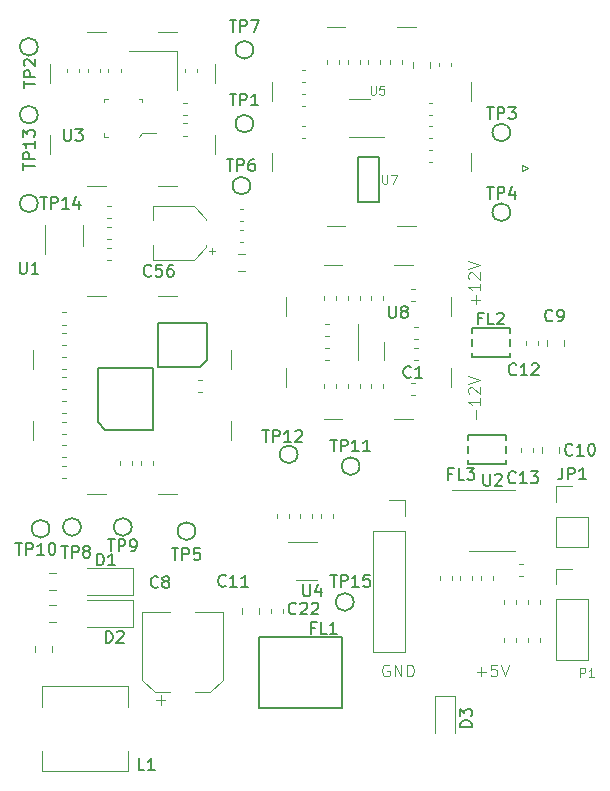
<source format=gto>
G04 #@! TF.GenerationSoftware,KiCad,Pcbnew,(5.1.4)-1*
G04 #@! TF.CreationDate,2019-12-12T20:12:38+01:00*
G04 #@! TF.ProjectId,rf-receiver,72662d72-6563-4656-9976-65722e6b6963,Rev 2*
G04 #@! TF.SameCoordinates,Original*
G04 #@! TF.FileFunction,Legend,Top*
G04 #@! TF.FilePolarity,Positive*
%FSLAX46Y46*%
G04 Gerber Fmt 4.6, Leading zero omitted, Abs format (unit mm)*
G04 Created by KiCad (PCBNEW (5.1.4)-1) date 2019-12-12 20:12:38*
%MOMM*%
%LPD*%
G04 APERTURE LIST*
%ADD10C,0.125000*%
%ADD11C,0.120000*%
%ADD12C,0.150000*%
%ADD13C,0.100000*%
G04 APERTURE END LIST*
D10*
X121164285Y-113421428D02*
X121926190Y-113421428D01*
X121545238Y-113802380D02*
X121545238Y-113040476D01*
X122878571Y-112802380D02*
X122402380Y-112802380D01*
X122354761Y-113278571D01*
X122402380Y-113230952D01*
X122497619Y-113183333D01*
X122735714Y-113183333D01*
X122830952Y-113230952D01*
X122878571Y-113278571D01*
X122926190Y-113373809D01*
X122926190Y-113611904D01*
X122878571Y-113707142D01*
X122830952Y-113754761D01*
X122735714Y-113802380D01*
X122497619Y-113802380D01*
X122402380Y-113754761D01*
X122354761Y-113707142D01*
X123211904Y-112802380D02*
X123545238Y-113802380D01*
X123878571Y-112802380D01*
X113738095Y-112850000D02*
X113642857Y-112802380D01*
X113500000Y-112802380D01*
X113357142Y-112850000D01*
X113261904Y-112945238D01*
X113214285Y-113040476D01*
X113166666Y-113230952D01*
X113166666Y-113373809D01*
X113214285Y-113564285D01*
X113261904Y-113659523D01*
X113357142Y-113754761D01*
X113500000Y-113802380D01*
X113595238Y-113802380D01*
X113738095Y-113754761D01*
X113785714Y-113707142D01*
X113785714Y-113373809D01*
X113595238Y-113373809D01*
X114214285Y-113802380D02*
X114214285Y-112802380D01*
X114785714Y-113802380D01*
X114785714Y-112802380D01*
X115261904Y-113802380D02*
X115261904Y-112802380D01*
X115500000Y-112802380D01*
X115642857Y-112850000D01*
X115738095Y-112945238D01*
X115785714Y-113040476D01*
X115833333Y-113230952D01*
X115833333Y-113373809D01*
X115785714Y-113564285D01*
X115738095Y-113659523D01*
X115642857Y-113754761D01*
X115500000Y-113802380D01*
X115261904Y-113802380D01*
X121071428Y-92011904D02*
X121071428Y-91250000D01*
X121452380Y-90250000D02*
X121452380Y-90821428D01*
X121452380Y-90535714D02*
X120452380Y-90535714D01*
X120595238Y-90630952D01*
X120690476Y-90726190D01*
X120738095Y-90821428D01*
X120547619Y-89869047D02*
X120500000Y-89821428D01*
X120452380Y-89726190D01*
X120452380Y-89488095D01*
X120500000Y-89392857D01*
X120547619Y-89345238D01*
X120642857Y-89297619D01*
X120738095Y-89297619D01*
X120880952Y-89345238D01*
X121452380Y-89916666D01*
X121452380Y-89297619D01*
X120452380Y-89011904D02*
X121452380Y-88678571D01*
X120452380Y-88345238D01*
X121071428Y-82311904D02*
X121071428Y-81550000D01*
X121452380Y-81930952D02*
X120690476Y-81930952D01*
X121452380Y-80550000D02*
X121452380Y-81121428D01*
X121452380Y-80835714D02*
X120452380Y-80835714D01*
X120595238Y-80930952D01*
X120690476Y-81026190D01*
X120738095Y-81121428D01*
X120547619Y-80169047D02*
X120500000Y-80121428D01*
X120452380Y-80026190D01*
X120452380Y-79788095D01*
X120500000Y-79692857D01*
X120547619Y-79645238D01*
X120642857Y-79597619D01*
X120738095Y-79597619D01*
X120880952Y-79645238D01*
X121452380Y-80216666D01*
X121452380Y-79597619D01*
X120452380Y-79311904D02*
X121452380Y-78978571D01*
X120452380Y-78645238D01*
D11*
X115587221Y-90010000D02*
X115912779Y-90010000D01*
X115587221Y-88990000D02*
X115912779Y-88990000D01*
X119300000Y-115450000D02*
X119300000Y-118600000D01*
X117600000Y-115450000D02*
X117600000Y-118600000D01*
X119300000Y-115450000D02*
X117600000Y-115450000D01*
D12*
X84000000Y-73750000D02*
G75*
G03X84000000Y-73750000I-750000J0D01*
G01*
X84000000Y-66250000D02*
G75*
G03X84000000Y-66250000I-750000J0D01*
G01*
X84000000Y-60500000D02*
G75*
G03X84000000Y-60500000I-750000J0D01*
G01*
X110750000Y-107500000D02*
G75*
G03X110750000Y-107500000I-750000J0D01*
G01*
X106000000Y-95000000D02*
G75*
G03X106000000Y-95000000I-750000J0D01*
G01*
X111250000Y-96000000D02*
G75*
G03X111250000Y-96000000I-750000J0D01*
G01*
X91950000Y-101150000D02*
G75*
G03X91950000Y-101150000I-750000J0D01*
G01*
X87650000Y-101150000D02*
G75*
G03X87650000Y-101150000I-750000J0D01*
G01*
X102250000Y-60750000D02*
G75*
G03X102250000Y-60750000I-750000J0D01*
G01*
X102000000Y-72250000D02*
G75*
G03X102000000Y-72250000I-750000J0D01*
G01*
X97350000Y-101500000D02*
G75*
G03X97350000Y-101500000I-750000J0D01*
G01*
X124000000Y-74500000D02*
G75*
G03X124000000Y-74500000I-750000J0D01*
G01*
X124000000Y-67750000D02*
G75*
G03X124000000Y-67750000I-750000J0D01*
G01*
X102250000Y-67000000D02*
G75*
G03X102250000Y-67000000I-750000J0D01*
G01*
X85000000Y-101300000D02*
G75*
G03X85000000Y-101300000I-750000J0D01*
G01*
D11*
X122500000Y-98040000D02*
X119050000Y-98040000D01*
X122500000Y-98040000D02*
X124450000Y-98040000D01*
X122500000Y-103160000D02*
X120550000Y-103160000D01*
X122500000Y-103160000D02*
X124450000Y-103160000D01*
X84991422Y-109160000D02*
X85508578Y-109160000D01*
X84991422Y-107740000D02*
X85508578Y-107740000D01*
X119110000Y-105612779D02*
X119110000Y-105287221D01*
X118090000Y-105612779D02*
X118090000Y-105287221D01*
X122510000Y-105612779D02*
X122510000Y-105287221D01*
X121490000Y-105612779D02*
X121490000Y-105287221D01*
X120810000Y-105612779D02*
X120810000Y-105287221D01*
X119790000Y-105612779D02*
X119790000Y-105287221D01*
X84991422Y-106460000D02*
X85508578Y-106460000D01*
X84991422Y-105040000D02*
X85508578Y-105040000D01*
X127920000Y-97670000D02*
X129250000Y-97670000D01*
X127920000Y-99000000D02*
X127920000Y-97670000D01*
X127920000Y-100270000D02*
X130580000Y-100270000D01*
X130580000Y-100270000D02*
X130580000Y-102870000D01*
X127920000Y-100270000D02*
X127920000Y-102870000D01*
X127920000Y-102870000D02*
X130580000Y-102870000D01*
X92085000Y-107315000D02*
X88200000Y-107315000D01*
X92085000Y-109585000D02*
X92085000Y-107315000D01*
X88200000Y-109585000D02*
X92085000Y-109585000D01*
X92085000Y-104615000D02*
X88200000Y-104615000D01*
X92085000Y-106885000D02*
X92085000Y-104615000D01*
X88200000Y-106885000D02*
X92085000Y-106885000D01*
X125112779Y-104290000D02*
X124787221Y-104290000D01*
X125112779Y-105310000D02*
X124787221Y-105310000D01*
X91675000Y-114650000D02*
X88000000Y-114650000D01*
X91675000Y-116400000D02*
X91675000Y-114650000D01*
X84325000Y-114650000D02*
X88000000Y-114650000D01*
X84325000Y-116400000D02*
X84325000Y-114650000D01*
X84325000Y-121850000D02*
X88000000Y-121850000D01*
X84325000Y-120100000D02*
X84325000Y-121850000D01*
X91675000Y-121850000D02*
X88000000Y-121850000D01*
X91675000Y-120100000D02*
X91675000Y-121850000D01*
X85210000Y-111758578D02*
X85210000Y-111241422D01*
X83790000Y-111758578D02*
X83790000Y-111241422D01*
D12*
X123650000Y-94900000D02*
X123650000Y-94300000D01*
X123650000Y-93350000D02*
X123650000Y-93750000D01*
X120450000Y-93350000D02*
X123650000Y-93350000D01*
X120450000Y-93750000D02*
X120450000Y-93350000D01*
X120450000Y-94900000D02*
X120450000Y-94300000D01*
X120450000Y-95850000D02*
X120450000Y-95450000D01*
X123650000Y-95850000D02*
X123650000Y-95450000D01*
X120450000Y-95850000D02*
X123650000Y-95850000D01*
X123950000Y-85850000D02*
X123950000Y-85250000D01*
X123950000Y-84300000D02*
X123950000Y-84700000D01*
X120750000Y-84300000D02*
X123950000Y-84300000D01*
X120750000Y-84700000D02*
X120750000Y-84300000D01*
X120750000Y-85850000D02*
X120750000Y-85250000D01*
X120750000Y-86800000D02*
X120750000Y-86400000D01*
X123950000Y-86800000D02*
X123950000Y-86400000D01*
X120750000Y-86800000D02*
X123950000Y-86800000D01*
D11*
X100991422Y-79460000D02*
X101508578Y-79460000D01*
X100991422Y-78040000D02*
X101508578Y-78040000D01*
X104760000Y-108412779D02*
X104760000Y-108087221D01*
X103740000Y-108412779D02*
X103740000Y-108087221D01*
X125910000Y-94762779D02*
X125910000Y-94437221D01*
X124890000Y-94762779D02*
X124890000Y-94437221D01*
X126360000Y-85712779D02*
X126360000Y-85387221D01*
X125340000Y-85712779D02*
X125340000Y-85387221D01*
X102710000Y-108508578D02*
X102710000Y-107991422D01*
X101290000Y-108508578D02*
X101290000Y-107991422D01*
X128110000Y-94858578D02*
X128110000Y-94341422D01*
X126690000Y-94858578D02*
X126690000Y-94341422D01*
X128560000Y-85808578D02*
X128560000Y-85291422D01*
X127140000Y-85808578D02*
X127140000Y-85291422D01*
X94008750Y-115793750D02*
X94796250Y-115793750D01*
X94402500Y-116187500D02*
X94402500Y-115400000D01*
X98595563Y-115160000D02*
X99660000Y-114095563D01*
X93904437Y-115160000D02*
X92840000Y-114095563D01*
X93904437Y-115160000D02*
X95190000Y-115160000D01*
X98595563Y-115160000D02*
X97310000Y-115160000D01*
X99660000Y-114095563D02*
X99660000Y-108340000D01*
X92840000Y-114095563D02*
X92840000Y-108340000D01*
X92840000Y-108340000D02*
X95190000Y-108340000D01*
X99660000Y-108340000D02*
X97310000Y-108340000D01*
D12*
X93800000Y-87700000D02*
X89100000Y-87700000D01*
X89100000Y-92300000D02*
X89690000Y-92900000D01*
X89100000Y-92300000D02*
X89100000Y-87700000D01*
X93800000Y-92900000D02*
X89690000Y-92900000D01*
X93800000Y-87700000D02*
X93800000Y-92900000D01*
X94150000Y-87600000D02*
X94750000Y-87600000D01*
X94150000Y-83900000D02*
X94150000Y-87600000D01*
X94750000Y-83900000D02*
X94150000Y-83900000D01*
X98350000Y-83900000D02*
X97750000Y-83900000D01*
X98350000Y-84500000D02*
X98350000Y-83900000D01*
X97750000Y-87600000D02*
X98350000Y-87000000D01*
X97750000Y-87600000D02*
X94750000Y-87600000D01*
X98350000Y-84500000D02*
X98350000Y-87000000D01*
X94750000Y-83900000D02*
X97750000Y-83900000D01*
X109750000Y-116500000D02*
X109750000Y-110500000D01*
X102750000Y-110500000D02*
X102750000Y-116500000D01*
X109750000Y-110500000D02*
X102750000Y-110500000D01*
X109750000Y-116500000D02*
X102750000Y-116500000D01*
D11*
X98750000Y-78060000D02*
X98750000Y-77560000D01*
X99000000Y-77810000D02*
X98500000Y-77810000D01*
X98260000Y-75054437D02*
X97195563Y-73990000D01*
X98260000Y-77445563D02*
X97195563Y-78510000D01*
X98260000Y-77445563D02*
X98260000Y-77310000D01*
X98260000Y-75054437D02*
X98260000Y-75190000D01*
X97195563Y-73990000D02*
X93740000Y-73990000D01*
X97195563Y-78510000D02*
X93740000Y-78510000D01*
X93740000Y-78510000D02*
X93740000Y-77310000D01*
X93740000Y-73990000D02*
X93740000Y-75190000D01*
X108337221Y-85010000D02*
X108662779Y-85010000D01*
X108337221Y-83990000D02*
X108662779Y-83990000D01*
X89837221Y-78510000D02*
X90162779Y-78510000D01*
X89837221Y-77490000D02*
X90162779Y-77490000D01*
X89837221Y-75010000D02*
X90162779Y-75010000D01*
X89837221Y-73990000D02*
X90162779Y-73990000D01*
X104240000Y-100087221D02*
X104240000Y-100412779D01*
X105260000Y-100087221D02*
X105260000Y-100412779D01*
X108490000Y-61587221D02*
X108490000Y-61912779D01*
X109510000Y-61587221D02*
X109510000Y-61912779D01*
X106337221Y-65510000D02*
X106662779Y-65510000D01*
X106337221Y-64490000D02*
X106662779Y-64490000D01*
X107260000Y-100087221D02*
X107260000Y-100412779D01*
X106240000Y-100087221D02*
X106240000Y-100412779D01*
X116162779Y-84240000D02*
X115837221Y-84240000D01*
X116162779Y-85260000D02*
X115837221Y-85260000D01*
X89800000Y-72250000D02*
X88200000Y-72250000D01*
X89800000Y-59250000D02*
X88200000Y-59250000D01*
X95800000Y-72250000D02*
X94200000Y-72250000D01*
X95800000Y-59250000D02*
X94200000Y-59250000D01*
X85020000Y-67950000D02*
X85020000Y-69550000D01*
X98980000Y-67950000D02*
X98980000Y-69550000D01*
X85020000Y-61950000D02*
X85020000Y-63550000D01*
X98980000Y-61950000D02*
X98980000Y-63550000D01*
X109800000Y-92000000D02*
X108200000Y-92000000D01*
X109800000Y-79000000D02*
X108200000Y-79000000D01*
X115800000Y-92000000D02*
X114200000Y-92000000D01*
X115800000Y-79000000D02*
X114200000Y-79000000D01*
X105020000Y-87700000D02*
X105020000Y-89300000D01*
X118980000Y-87700000D02*
X118980000Y-89300000D01*
X105020000Y-81700000D02*
X105020000Y-83300000D01*
X118980000Y-81700000D02*
X118980000Y-83300000D01*
X83600000Y-87800000D02*
X83600000Y-86200000D01*
X100400000Y-87800000D02*
X100400000Y-86200000D01*
X83600000Y-93800000D02*
X83600000Y-92200000D01*
X100400000Y-93800000D02*
X100400000Y-92200000D01*
X89800000Y-81600000D02*
X88200000Y-81600000D01*
X89800000Y-98400000D02*
X88200000Y-98400000D01*
X95800000Y-81600000D02*
X94200000Y-81600000D01*
X95800000Y-98400000D02*
X94200000Y-98400000D01*
X120650000Y-69450000D02*
X120650000Y-71050000D01*
X103850000Y-69450000D02*
X103850000Y-71050000D01*
X120650000Y-63450000D02*
X120650000Y-65050000D01*
X103850000Y-63450000D02*
X103850000Y-65050000D01*
X114450000Y-75650000D02*
X116050000Y-75650000D01*
X114450000Y-58850000D02*
X116050000Y-58850000D01*
X108450000Y-75650000D02*
X110050000Y-75650000D01*
X108450000Y-58850000D02*
X110050000Y-58850000D01*
X111140000Y-84000000D02*
X111140000Y-87000000D01*
X113360000Y-85500000D02*
X113360000Y-87000000D01*
X113750000Y-98880000D02*
X115080000Y-98880000D01*
X115080000Y-98880000D02*
X115080000Y-100210000D01*
X115080000Y-101480000D02*
X115080000Y-111700000D01*
X112420000Y-111700000D02*
X115080000Y-111700000D01*
X112420000Y-101480000D02*
X112420000Y-111700000D01*
X112420000Y-101480000D02*
X115080000Y-101480000D01*
X95750000Y-60850000D02*
X91750000Y-60850000D01*
X95750000Y-64150000D02*
X95750000Y-60850000D01*
X84640000Y-75600000D02*
X84640000Y-78050000D01*
X87860000Y-77400000D02*
X87860000Y-75600000D01*
X88240000Y-62337221D02*
X88240000Y-62662779D01*
X89260000Y-62337221D02*
X89260000Y-62662779D01*
X86490000Y-62337221D02*
X86490000Y-62662779D01*
X87510000Y-62337221D02*
X87510000Y-62662779D01*
X107990000Y-100087221D02*
X107990000Y-100412779D01*
X109010000Y-100087221D02*
X109010000Y-100412779D01*
X89837221Y-76760000D02*
X90162779Y-76760000D01*
X89837221Y-75740000D02*
X90162779Y-75740000D01*
X96662779Y-65240000D02*
X96337221Y-65240000D01*
X96662779Y-66260000D02*
X96337221Y-66260000D01*
X96337221Y-68010000D02*
X96662779Y-68010000D01*
X96337221Y-66990000D02*
X96662779Y-66990000D01*
X97510000Y-62662779D02*
X97510000Y-62337221D01*
X96490000Y-62662779D02*
X96490000Y-62337221D01*
X89990000Y-62337221D02*
X89990000Y-62662779D01*
X91010000Y-62337221D02*
X91010000Y-62662779D01*
D13*
X92850000Y-67800000D02*
X94050000Y-67800000D01*
X92550000Y-68100000D02*
X92850000Y-67800000D01*
X92850000Y-64900000D02*
X92850000Y-65200000D01*
X92550000Y-64900000D02*
X92850000Y-64900000D01*
X89650000Y-64900000D02*
X89950000Y-64900000D01*
X89650000Y-65200000D02*
X89650000Y-64900000D01*
X89650000Y-68100000D02*
X89650000Y-67800000D01*
X89950000Y-68100000D02*
X89650000Y-68100000D01*
D11*
X115587221Y-82010000D02*
X115912779Y-82010000D01*
X115587221Y-80990000D02*
X115912779Y-80990000D01*
X108337221Y-87010000D02*
X108662779Y-87010000D01*
X108337221Y-85990000D02*
X108662779Y-85990000D01*
X115790000Y-61741422D02*
X115790000Y-62258578D01*
X117210000Y-61741422D02*
X117210000Y-62258578D01*
X110240000Y-89412779D02*
X110240000Y-89087221D01*
X111260000Y-89412779D02*
X111260000Y-89087221D01*
X113260000Y-89412779D02*
X113260000Y-89087221D01*
X112240000Y-89412779D02*
X112240000Y-89087221D01*
X93760000Y-95587221D02*
X93760000Y-95912779D01*
X92740000Y-95587221D02*
X92740000Y-95912779D01*
X106662779Y-67240000D02*
X106337221Y-67240000D01*
X106662779Y-68260000D02*
X106337221Y-68260000D01*
X97587221Y-88740000D02*
X97912779Y-88740000D01*
X97587221Y-89760000D02*
X97912779Y-89760000D01*
X117412779Y-69240000D02*
X117087221Y-69240000D01*
X117412779Y-70260000D02*
X117087221Y-70260000D01*
X106337221Y-62490000D02*
X106662779Y-62490000D01*
X106337221Y-63510000D02*
X106662779Y-63510000D01*
X117990000Y-62162779D02*
X117990000Y-61837221D01*
X119010000Y-62162779D02*
X119010000Y-61837221D01*
X92010000Y-95587221D02*
X92010000Y-95912779D01*
X90990000Y-95587221D02*
X90990000Y-95912779D01*
X86412779Y-92240000D02*
X86087221Y-92240000D01*
X86412779Y-93260000D02*
X86087221Y-93260000D01*
X86412779Y-95260000D02*
X86087221Y-95260000D01*
X86412779Y-94240000D02*
X86087221Y-94240000D01*
X86412779Y-97010000D02*
X86087221Y-97010000D01*
X86412779Y-95990000D02*
X86087221Y-95990000D01*
X110240000Y-61587221D02*
X110240000Y-61912779D01*
X111260000Y-61587221D02*
X111260000Y-61912779D01*
X86412779Y-88490000D02*
X86087221Y-88490000D01*
X86412779Y-89510000D02*
X86087221Y-89510000D01*
X86397779Y-87760000D02*
X86072221Y-87760000D01*
X86397779Y-86740000D02*
X86072221Y-86740000D01*
X86412779Y-84740000D02*
X86087221Y-84740000D01*
X86412779Y-85760000D02*
X86087221Y-85760000D01*
X86412779Y-84010000D02*
X86087221Y-84010000D01*
X86412779Y-82990000D02*
X86087221Y-82990000D01*
X116162779Y-85990000D02*
X115837221Y-85990000D01*
X116162779Y-87010000D02*
X115837221Y-87010000D01*
X111260000Y-81587221D02*
X111260000Y-81912779D01*
X110240000Y-81587221D02*
X110240000Y-81912779D01*
X86412779Y-90490000D02*
X86087221Y-90490000D01*
X86412779Y-91510000D02*
X86087221Y-91510000D01*
X123490000Y-110912779D02*
X123490000Y-110587221D01*
X124510000Y-110912779D02*
X124510000Y-110587221D01*
X123490000Y-107337221D02*
X123490000Y-107662779D01*
X124510000Y-107337221D02*
X124510000Y-107662779D01*
X108240000Y-81587221D02*
X108240000Y-81912779D01*
X109260000Y-81587221D02*
X109260000Y-81912779D01*
X101087221Y-75260000D02*
X101412779Y-75260000D01*
X101087221Y-74240000D02*
X101412779Y-74240000D01*
X101087221Y-75990000D02*
X101412779Y-75990000D01*
X101087221Y-77010000D02*
X101412779Y-77010000D01*
X109260000Y-89412779D02*
X109260000Y-89087221D01*
X108240000Y-89412779D02*
X108240000Y-89087221D01*
X112240000Y-81587221D02*
X112240000Y-81912779D01*
X113260000Y-81587221D02*
X113260000Y-81912779D01*
X114810000Y-61912779D02*
X114810000Y-61587221D01*
X113790000Y-61912779D02*
X113790000Y-61587221D01*
X111990000Y-61587221D02*
X111990000Y-61912779D01*
X113010000Y-61587221D02*
X113010000Y-61912779D01*
X117087221Y-65240000D02*
X117412779Y-65240000D01*
X117087221Y-66260000D02*
X117412779Y-66260000D01*
X126510000Y-107337221D02*
X126510000Y-107662779D01*
X125490000Y-107337221D02*
X125490000Y-107662779D01*
X125490000Y-110587221D02*
X125490000Y-110912779D01*
X126510000Y-110587221D02*
X126510000Y-110912779D01*
X117087221Y-67240000D02*
X117412779Y-67240000D01*
X117087221Y-68260000D02*
X117412779Y-68260000D01*
X125040000Y-71000000D02*
X125540000Y-70750000D01*
X125040000Y-70500000D02*
X125040000Y-71000000D01*
X125540000Y-70750000D02*
X125040000Y-70500000D01*
X105850000Y-105610000D02*
X107650000Y-105610000D01*
X107650000Y-102390000D02*
X105200000Y-102390000D01*
X112150000Y-64890000D02*
X110350000Y-64890000D01*
X110350000Y-68110000D02*
X113300000Y-68110000D01*
X127920000Y-112410000D02*
X130580000Y-112410000D01*
X127920000Y-107270000D02*
X127920000Y-112410000D01*
X130580000Y-107270000D02*
X130580000Y-112410000D01*
X127920000Y-107270000D02*
X130580000Y-107270000D01*
X127920000Y-106000000D02*
X127920000Y-104670000D01*
X127920000Y-104670000D02*
X129250000Y-104670000D01*
D12*
X112900000Y-69850000D02*
X111100000Y-69850000D01*
X112900000Y-73650000D02*
X112900000Y-69850000D01*
X111100000Y-73650000D02*
X112900000Y-73650000D01*
X111100000Y-69850000D02*
X111100000Y-73650000D01*
X115583333Y-88427142D02*
X115535714Y-88474761D01*
X115392857Y-88522380D01*
X115297619Y-88522380D01*
X115154761Y-88474761D01*
X115059523Y-88379523D01*
X115011904Y-88284285D01*
X114964285Y-88093809D01*
X114964285Y-87950952D01*
X115011904Y-87760476D01*
X115059523Y-87665238D01*
X115154761Y-87570000D01*
X115297619Y-87522380D01*
X115392857Y-87522380D01*
X115535714Y-87570000D01*
X115583333Y-87617619D01*
X116535714Y-88522380D02*
X115964285Y-88522380D01*
X116250000Y-88522380D02*
X116250000Y-87522380D01*
X116154761Y-87665238D01*
X116059523Y-87760476D01*
X115964285Y-87808095D01*
X120752380Y-118088095D02*
X119752380Y-118088095D01*
X119752380Y-117850000D01*
X119800000Y-117707142D01*
X119895238Y-117611904D01*
X119990476Y-117564285D01*
X120180952Y-117516666D01*
X120323809Y-117516666D01*
X120514285Y-117564285D01*
X120609523Y-117611904D01*
X120704761Y-117707142D01*
X120752380Y-117850000D01*
X120752380Y-118088095D01*
X119752380Y-117183333D02*
X119752380Y-116564285D01*
X120133333Y-116897619D01*
X120133333Y-116754761D01*
X120180952Y-116659523D01*
X120228571Y-116611904D01*
X120323809Y-116564285D01*
X120561904Y-116564285D01*
X120657142Y-116611904D01*
X120704761Y-116659523D01*
X120752380Y-116754761D01*
X120752380Y-117040476D01*
X120704761Y-117135714D01*
X120657142Y-117183333D01*
X84211904Y-73202380D02*
X84783333Y-73202380D01*
X84497619Y-74202380D02*
X84497619Y-73202380D01*
X85116666Y-74202380D02*
X85116666Y-73202380D01*
X85497619Y-73202380D01*
X85592857Y-73250000D01*
X85640476Y-73297619D01*
X85688095Y-73392857D01*
X85688095Y-73535714D01*
X85640476Y-73630952D01*
X85592857Y-73678571D01*
X85497619Y-73726190D01*
X85116666Y-73726190D01*
X86640476Y-74202380D02*
X86069047Y-74202380D01*
X86354761Y-74202380D02*
X86354761Y-73202380D01*
X86259523Y-73345238D01*
X86164285Y-73440476D01*
X86069047Y-73488095D01*
X87497619Y-73535714D02*
X87497619Y-74202380D01*
X87259523Y-73154761D02*
X87021428Y-73869047D01*
X87640476Y-73869047D01*
X82752380Y-70888095D02*
X82752380Y-70316666D01*
X83752380Y-70602380D02*
X82752380Y-70602380D01*
X83752380Y-69983333D02*
X82752380Y-69983333D01*
X82752380Y-69602380D01*
X82800000Y-69507142D01*
X82847619Y-69459523D01*
X82942857Y-69411904D01*
X83085714Y-69411904D01*
X83180952Y-69459523D01*
X83228571Y-69507142D01*
X83276190Y-69602380D01*
X83276190Y-69983333D01*
X83752380Y-68459523D02*
X83752380Y-69030952D01*
X83752380Y-68745238D02*
X82752380Y-68745238D01*
X82895238Y-68840476D01*
X82990476Y-68935714D01*
X83038095Y-69030952D01*
X82752380Y-68126190D02*
X82752380Y-67507142D01*
X83133333Y-67840476D01*
X83133333Y-67697619D01*
X83180952Y-67602380D01*
X83228571Y-67554761D01*
X83323809Y-67507142D01*
X83561904Y-67507142D01*
X83657142Y-67554761D01*
X83704761Y-67602380D01*
X83752380Y-67697619D01*
X83752380Y-67983333D01*
X83704761Y-68078571D01*
X83657142Y-68126190D01*
X82802380Y-63961904D02*
X82802380Y-63390476D01*
X83802380Y-63676190D02*
X82802380Y-63676190D01*
X83802380Y-63057142D02*
X82802380Y-63057142D01*
X82802380Y-62676190D01*
X82850000Y-62580952D01*
X82897619Y-62533333D01*
X82992857Y-62485714D01*
X83135714Y-62485714D01*
X83230952Y-62533333D01*
X83278571Y-62580952D01*
X83326190Y-62676190D01*
X83326190Y-63057142D01*
X82897619Y-62104761D02*
X82850000Y-62057142D01*
X82802380Y-61961904D01*
X82802380Y-61723809D01*
X82850000Y-61628571D01*
X82897619Y-61580952D01*
X82992857Y-61533333D01*
X83088095Y-61533333D01*
X83230952Y-61580952D01*
X83802380Y-62152380D01*
X83802380Y-61533333D01*
X108761904Y-105202380D02*
X109333333Y-105202380D01*
X109047619Y-106202380D02*
X109047619Y-105202380D01*
X109666666Y-106202380D02*
X109666666Y-105202380D01*
X110047619Y-105202380D01*
X110142857Y-105250000D01*
X110190476Y-105297619D01*
X110238095Y-105392857D01*
X110238095Y-105535714D01*
X110190476Y-105630952D01*
X110142857Y-105678571D01*
X110047619Y-105726190D01*
X109666666Y-105726190D01*
X111190476Y-106202380D02*
X110619047Y-106202380D01*
X110904761Y-106202380D02*
X110904761Y-105202380D01*
X110809523Y-105345238D01*
X110714285Y-105440476D01*
X110619047Y-105488095D01*
X112095238Y-105202380D02*
X111619047Y-105202380D01*
X111571428Y-105678571D01*
X111619047Y-105630952D01*
X111714285Y-105583333D01*
X111952380Y-105583333D01*
X112047619Y-105630952D01*
X112095238Y-105678571D01*
X112142857Y-105773809D01*
X112142857Y-106011904D01*
X112095238Y-106107142D01*
X112047619Y-106154761D01*
X111952380Y-106202380D01*
X111714285Y-106202380D01*
X111619047Y-106154761D01*
X111571428Y-106107142D01*
X103011904Y-92952380D02*
X103583333Y-92952380D01*
X103297619Y-93952380D02*
X103297619Y-92952380D01*
X103916666Y-93952380D02*
X103916666Y-92952380D01*
X104297619Y-92952380D01*
X104392857Y-93000000D01*
X104440476Y-93047619D01*
X104488095Y-93142857D01*
X104488095Y-93285714D01*
X104440476Y-93380952D01*
X104392857Y-93428571D01*
X104297619Y-93476190D01*
X103916666Y-93476190D01*
X105440476Y-93952380D02*
X104869047Y-93952380D01*
X105154761Y-93952380D02*
X105154761Y-92952380D01*
X105059523Y-93095238D01*
X104964285Y-93190476D01*
X104869047Y-93238095D01*
X105821428Y-93047619D02*
X105869047Y-93000000D01*
X105964285Y-92952380D01*
X106202380Y-92952380D01*
X106297619Y-93000000D01*
X106345238Y-93047619D01*
X106392857Y-93142857D01*
X106392857Y-93238095D01*
X106345238Y-93380952D01*
X105773809Y-93952380D01*
X106392857Y-93952380D01*
X108761904Y-93752380D02*
X109333333Y-93752380D01*
X109047619Y-94752380D02*
X109047619Y-93752380D01*
X109666666Y-94752380D02*
X109666666Y-93752380D01*
X110047619Y-93752380D01*
X110142857Y-93800000D01*
X110190476Y-93847619D01*
X110238095Y-93942857D01*
X110238095Y-94085714D01*
X110190476Y-94180952D01*
X110142857Y-94228571D01*
X110047619Y-94276190D01*
X109666666Y-94276190D01*
X111190476Y-94752380D02*
X110619047Y-94752380D01*
X110904761Y-94752380D02*
X110904761Y-93752380D01*
X110809523Y-93895238D01*
X110714285Y-93990476D01*
X110619047Y-94038095D01*
X112142857Y-94752380D02*
X111571428Y-94752380D01*
X111857142Y-94752380D02*
X111857142Y-93752380D01*
X111761904Y-93895238D01*
X111666666Y-93990476D01*
X111571428Y-94038095D01*
X89938095Y-102202380D02*
X90509523Y-102202380D01*
X90223809Y-103202380D02*
X90223809Y-102202380D01*
X90842857Y-103202380D02*
X90842857Y-102202380D01*
X91223809Y-102202380D01*
X91319047Y-102250000D01*
X91366666Y-102297619D01*
X91414285Y-102392857D01*
X91414285Y-102535714D01*
X91366666Y-102630952D01*
X91319047Y-102678571D01*
X91223809Y-102726190D01*
X90842857Y-102726190D01*
X91890476Y-103202380D02*
X92080952Y-103202380D01*
X92176190Y-103154761D01*
X92223809Y-103107142D01*
X92319047Y-102964285D01*
X92366666Y-102773809D01*
X92366666Y-102392857D01*
X92319047Y-102297619D01*
X92271428Y-102250000D01*
X92176190Y-102202380D01*
X91985714Y-102202380D01*
X91890476Y-102250000D01*
X91842857Y-102297619D01*
X91795238Y-102392857D01*
X91795238Y-102630952D01*
X91842857Y-102726190D01*
X91890476Y-102773809D01*
X91985714Y-102821428D01*
X92176190Y-102821428D01*
X92271428Y-102773809D01*
X92319047Y-102726190D01*
X92366666Y-102630952D01*
X85988095Y-102752380D02*
X86559523Y-102752380D01*
X86273809Y-103752380D02*
X86273809Y-102752380D01*
X86892857Y-103752380D02*
X86892857Y-102752380D01*
X87273809Y-102752380D01*
X87369047Y-102800000D01*
X87416666Y-102847619D01*
X87464285Y-102942857D01*
X87464285Y-103085714D01*
X87416666Y-103180952D01*
X87369047Y-103228571D01*
X87273809Y-103276190D01*
X86892857Y-103276190D01*
X88035714Y-103180952D02*
X87940476Y-103133333D01*
X87892857Y-103085714D01*
X87845238Y-102990476D01*
X87845238Y-102942857D01*
X87892857Y-102847619D01*
X87940476Y-102800000D01*
X88035714Y-102752380D01*
X88226190Y-102752380D01*
X88321428Y-102800000D01*
X88369047Y-102847619D01*
X88416666Y-102942857D01*
X88416666Y-102990476D01*
X88369047Y-103085714D01*
X88321428Y-103133333D01*
X88226190Y-103180952D01*
X88035714Y-103180952D01*
X87940476Y-103228571D01*
X87892857Y-103276190D01*
X87845238Y-103371428D01*
X87845238Y-103561904D01*
X87892857Y-103657142D01*
X87940476Y-103704761D01*
X88035714Y-103752380D01*
X88226190Y-103752380D01*
X88321428Y-103704761D01*
X88369047Y-103657142D01*
X88416666Y-103561904D01*
X88416666Y-103371428D01*
X88369047Y-103276190D01*
X88321428Y-103228571D01*
X88226190Y-103180952D01*
X100238095Y-58202380D02*
X100809523Y-58202380D01*
X100523809Y-59202380D02*
X100523809Y-58202380D01*
X101142857Y-59202380D02*
X101142857Y-58202380D01*
X101523809Y-58202380D01*
X101619047Y-58250000D01*
X101666666Y-58297619D01*
X101714285Y-58392857D01*
X101714285Y-58535714D01*
X101666666Y-58630952D01*
X101619047Y-58678571D01*
X101523809Y-58726190D01*
X101142857Y-58726190D01*
X102047619Y-58202380D02*
X102714285Y-58202380D01*
X102285714Y-59202380D01*
X99988095Y-70002380D02*
X100559523Y-70002380D01*
X100273809Y-71002380D02*
X100273809Y-70002380D01*
X100892857Y-71002380D02*
X100892857Y-70002380D01*
X101273809Y-70002380D01*
X101369047Y-70050000D01*
X101416666Y-70097619D01*
X101464285Y-70192857D01*
X101464285Y-70335714D01*
X101416666Y-70430952D01*
X101369047Y-70478571D01*
X101273809Y-70526190D01*
X100892857Y-70526190D01*
X102321428Y-70002380D02*
X102130952Y-70002380D01*
X102035714Y-70050000D01*
X101988095Y-70097619D01*
X101892857Y-70240476D01*
X101845238Y-70430952D01*
X101845238Y-70811904D01*
X101892857Y-70907142D01*
X101940476Y-70954761D01*
X102035714Y-71002380D01*
X102226190Y-71002380D01*
X102321428Y-70954761D01*
X102369047Y-70907142D01*
X102416666Y-70811904D01*
X102416666Y-70573809D01*
X102369047Y-70478571D01*
X102321428Y-70430952D01*
X102226190Y-70383333D01*
X102035714Y-70383333D01*
X101940476Y-70430952D01*
X101892857Y-70478571D01*
X101845238Y-70573809D01*
X95338095Y-102952380D02*
X95909523Y-102952380D01*
X95623809Y-103952380D02*
X95623809Y-102952380D01*
X96242857Y-103952380D02*
X96242857Y-102952380D01*
X96623809Y-102952380D01*
X96719047Y-103000000D01*
X96766666Y-103047619D01*
X96814285Y-103142857D01*
X96814285Y-103285714D01*
X96766666Y-103380952D01*
X96719047Y-103428571D01*
X96623809Y-103476190D01*
X96242857Y-103476190D01*
X97719047Y-102952380D02*
X97242857Y-102952380D01*
X97195238Y-103428571D01*
X97242857Y-103380952D01*
X97338095Y-103333333D01*
X97576190Y-103333333D01*
X97671428Y-103380952D01*
X97719047Y-103428571D01*
X97766666Y-103523809D01*
X97766666Y-103761904D01*
X97719047Y-103857142D01*
X97671428Y-103904761D01*
X97576190Y-103952380D01*
X97338095Y-103952380D01*
X97242857Y-103904761D01*
X97195238Y-103857142D01*
X122038095Y-72352380D02*
X122609523Y-72352380D01*
X122323809Y-73352380D02*
X122323809Y-72352380D01*
X122942857Y-73352380D02*
X122942857Y-72352380D01*
X123323809Y-72352380D01*
X123419047Y-72400000D01*
X123466666Y-72447619D01*
X123514285Y-72542857D01*
X123514285Y-72685714D01*
X123466666Y-72780952D01*
X123419047Y-72828571D01*
X123323809Y-72876190D01*
X122942857Y-72876190D01*
X124371428Y-72685714D02*
X124371428Y-73352380D01*
X124133333Y-72304761D02*
X123895238Y-73019047D01*
X124514285Y-73019047D01*
X122038095Y-65602380D02*
X122609523Y-65602380D01*
X122323809Y-66602380D02*
X122323809Y-65602380D01*
X122942857Y-66602380D02*
X122942857Y-65602380D01*
X123323809Y-65602380D01*
X123419047Y-65650000D01*
X123466666Y-65697619D01*
X123514285Y-65792857D01*
X123514285Y-65935714D01*
X123466666Y-66030952D01*
X123419047Y-66078571D01*
X123323809Y-66126190D01*
X122942857Y-66126190D01*
X123847619Y-65602380D02*
X124466666Y-65602380D01*
X124133333Y-65983333D01*
X124276190Y-65983333D01*
X124371428Y-66030952D01*
X124419047Y-66078571D01*
X124466666Y-66173809D01*
X124466666Y-66411904D01*
X124419047Y-66507142D01*
X124371428Y-66554761D01*
X124276190Y-66602380D01*
X123990476Y-66602380D01*
X123895238Y-66554761D01*
X123847619Y-66507142D01*
X100238095Y-64452380D02*
X100809523Y-64452380D01*
X100523809Y-65452380D02*
X100523809Y-64452380D01*
X101142857Y-65452380D02*
X101142857Y-64452380D01*
X101523809Y-64452380D01*
X101619047Y-64500000D01*
X101666666Y-64547619D01*
X101714285Y-64642857D01*
X101714285Y-64785714D01*
X101666666Y-64880952D01*
X101619047Y-64928571D01*
X101523809Y-64976190D01*
X101142857Y-64976190D01*
X102666666Y-65452380D02*
X102095238Y-65452380D01*
X102380952Y-65452380D02*
X102380952Y-64452380D01*
X102285714Y-64595238D01*
X102190476Y-64690476D01*
X102095238Y-64738095D01*
X82111904Y-102502380D02*
X82683333Y-102502380D01*
X82397619Y-103502380D02*
X82397619Y-102502380D01*
X83016666Y-103502380D02*
X83016666Y-102502380D01*
X83397619Y-102502380D01*
X83492857Y-102550000D01*
X83540476Y-102597619D01*
X83588095Y-102692857D01*
X83588095Y-102835714D01*
X83540476Y-102930952D01*
X83492857Y-102978571D01*
X83397619Y-103026190D01*
X83016666Y-103026190D01*
X84540476Y-103502380D02*
X83969047Y-103502380D01*
X84254761Y-103502380D02*
X84254761Y-102502380D01*
X84159523Y-102645238D01*
X84064285Y-102740476D01*
X83969047Y-102788095D01*
X85159523Y-102502380D02*
X85254761Y-102502380D01*
X85350000Y-102550000D01*
X85397619Y-102597619D01*
X85445238Y-102692857D01*
X85492857Y-102883333D01*
X85492857Y-103121428D01*
X85445238Y-103311904D01*
X85397619Y-103407142D01*
X85350000Y-103454761D01*
X85254761Y-103502380D01*
X85159523Y-103502380D01*
X85064285Y-103454761D01*
X85016666Y-103407142D01*
X84969047Y-103311904D01*
X84921428Y-103121428D01*
X84921428Y-102883333D01*
X84969047Y-102692857D01*
X85016666Y-102597619D01*
X85064285Y-102550000D01*
X85159523Y-102502380D01*
X121738095Y-96652380D02*
X121738095Y-97461904D01*
X121785714Y-97557142D01*
X121833333Y-97604761D01*
X121928571Y-97652380D01*
X122119047Y-97652380D01*
X122214285Y-97604761D01*
X122261904Y-97557142D01*
X122309523Y-97461904D01*
X122309523Y-96652380D01*
X122738095Y-96747619D02*
X122785714Y-96700000D01*
X122880952Y-96652380D01*
X123119047Y-96652380D01*
X123214285Y-96700000D01*
X123261904Y-96747619D01*
X123309523Y-96842857D01*
X123309523Y-96938095D01*
X123261904Y-97080952D01*
X122690476Y-97652380D01*
X123309523Y-97652380D01*
X128416666Y-96122380D02*
X128416666Y-96836666D01*
X128369047Y-96979523D01*
X128273809Y-97074761D01*
X128130952Y-97122380D01*
X128035714Y-97122380D01*
X128892857Y-97122380D02*
X128892857Y-96122380D01*
X129273809Y-96122380D01*
X129369047Y-96170000D01*
X129416666Y-96217619D01*
X129464285Y-96312857D01*
X129464285Y-96455714D01*
X129416666Y-96550952D01*
X129369047Y-96598571D01*
X129273809Y-96646190D01*
X128892857Y-96646190D01*
X130416666Y-97122380D02*
X129845238Y-97122380D01*
X130130952Y-97122380D02*
X130130952Y-96122380D01*
X130035714Y-96265238D01*
X129940476Y-96360476D01*
X129845238Y-96408095D01*
X89761904Y-110952380D02*
X89761904Y-109952380D01*
X90000000Y-109952380D01*
X90142857Y-110000000D01*
X90238095Y-110095238D01*
X90285714Y-110190476D01*
X90333333Y-110380952D01*
X90333333Y-110523809D01*
X90285714Y-110714285D01*
X90238095Y-110809523D01*
X90142857Y-110904761D01*
X90000000Y-110952380D01*
X89761904Y-110952380D01*
X90714285Y-110047619D02*
X90761904Y-110000000D01*
X90857142Y-109952380D01*
X91095238Y-109952380D01*
X91190476Y-110000000D01*
X91238095Y-110047619D01*
X91285714Y-110142857D01*
X91285714Y-110238095D01*
X91238095Y-110380952D01*
X90666666Y-110952380D01*
X91285714Y-110952380D01*
X89011904Y-104402380D02*
X89011904Y-103402380D01*
X89250000Y-103402380D01*
X89392857Y-103450000D01*
X89488095Y-103545238D01*
X89535714Y-103640476D01*
X89583333Y-103830952D01*
X89583333Y-103973809D01*
X89535714Y-104164285D01*
X89488095Y-104259523D01*
X89392857Y-104354761D01*
X89250000Y-104402380D01*
X89011904Y-104402380D01*
X90535714Y-104402380D02*
X89964285Y-104402380D01*
X90250000Y-104402380D02*
X90250000Y-103402380D01*
X90154761Y-103545238D01*
X90059523Y-103640476D01*
X89964285Y-103688095D01*
X93033333Y-121752380D02*
X92557142Y-121752380D01*
X92557142Y-120752380D01*
X93890476Y-121752380D02*
X93319047Y-121752380D01*
X93604761Y-121752380D02*
X93604761Y-120752380D01*
X93509523Y-120895238D01*
X93414285Y-120990476D01*
X93319047Y-121038095D01*
X119111904Y-96628571D02*
X118778571Y-96628571D01*
X118778571Y-97152380D02*
X118778571Y-96152380D01*
X119254761Y-96152380D01*
X120111904Y-97152380D02*
X119635714Y-97152380D01*
X119635714Y-96152380D01*
X120350000Y-96152380D02*
X120969047Y-96152380D01*
X120635714Y-96533333D01*
X120778571Y-96533333D01*
X120873809Y-96580952D01*
X120921428Y-96628571D01*
X120969047Y-96723809D01*
X120969047Y-96961904D01*
X120921428Y-97057142D01*
X120873809Y-97104761D01*
X120778571Y-97152380D01*
X120492857Y-97152380D01*
X120397619Y-97104761D01*
X120350000Y-97057142D01*
X121611904Y-83478571D02*
X121278571Y-83478571D01*
X121278571Y-84002380D02*
X121278571Y-83002380D01*
X121754761Y-83002380D01*
X122611904Y-84002380D02*
X122135714Y-84002380D01*
X122135714Y-83002380D01*
X122897619Y-83097619D02*
X122945238Y-83050000D01*
X123040476Y-83002380D01*
X123278571Y-83002380D01*
X123373809Y-83050000D01*
X123421428Y-83097619D01*
X123469047Y-83192857D01*
X123469047Y-83288095D01*
X123421428Y-83430952D01*
X122850000Y-84002380D01*
X123469047Y-84002380D01*
X105857142Y-108457142D02*
X105809523Y-108504761D01*
X105666666Y-108552380D01*
X105571428Y-108552380D01*
X105428571Y-108504761D01*
X105333333Y-108409523D01*
X105285714Y-108314285D01*
X105238095Y-108123809D01*
X105238095Y-107980952D01*
X105285714Y-107790476D01*
X105333333Y-107695238D01*
X105428571Y-107600000D01*
X105571428Y-107552380D01*
X105666666Y-107552380D01*
X105809523Y-107600000D01*
X105857142Y-107647619D01*
X106238095Y-107647619D02*
X106285714Y-107600000D01*
X106380952Y-107552380D01*
X106619047Y-107552380D01*
X106714285Y-107600000D01*
X106761904Y-107647619D01*
X106809523Y-107742857D01*
X106809523Y-107838095D01*
X106761904Y-107980952D01*
X106190476Y-108552380D01*
X106809523Y-108552380D01*
X107190476Y-107647619D02*
X107238095Y-107600000D01*
X107333333Y-107552380D01*
X107571428Y-107552380D01*
X107666666Y-107600000D01*
X107714285Y-107647619D01*
X107761904Y-107742857D01*
X107761904Y-107838095D01*
X107714285Y-107980952D01*
X107142857Y-108552380D01*
X107761904Y-108552380D01*
X124457142Y-97357142D02*
X124409523Y-97404761D01*
X124266666Y-97452380D01*
X124171428Y-97452380D01*
X124028571Y-97404761D01*
X123933333Y-97309523D01*
X123885714Y-97214285D01*
X123838095Y-97023809D01*
X123838095Y-96880952D01*
X123885714Y-96690476D01*
X123933333Y-96595238D01*
X124028571Y-96500000D01*
X124171428Y-96452380D01*
X124266666Y-96452380D01*
X124409523Y-96500000D01*
X124457142Y-96547619D01*
X125409523Y-97452380D02*
X124838095Y-97452380D01*
X125123809Y-97452380D02*
X125123809Y-96452380D01*
X125028571Y-96595238D01*
X124933333Y-96690476D01*
X124838095Y-96738095D01*
X125742857Y-96452380D02*
X126361904Y-96452380D01*
X126028571Y-96833333D01*
X126171428Y-96833333D01*
X126266666Y-96880952D01*
X126314285Y-96928571D01*
X126361904Y-97023809D01*
X126361904Y-97261904D01*
X126314285Y-97357142D01*
X126266666Y-97404761D01*
X126171428Y-97452380D01*
X125885714Y-97452380D01*
X125790476Y-97404761D01*
X125742857Y-97357142D01*
X124507142Y-88207142D02*
X124459523Y-88254761D01*
X124316666Y-88302380D01*
X124221428Y-88302380D01*
X124078571Y-88254761D01*
X123983333Y-88159523D01*
X123935714Y-88064285D01*
X123888095Y-87873809D01*
X123888095Y-87730952D01*
X123935714Y-87540476D01*
X123983333Y-87445238D01*
X124078571Y-87350000D01*
X124221428Y-87302380D01*
X124316666Y-87302380D01*
X124459523Y-87350000D01*
X124507142Y-87397619D01*
X125459523Y-88302380D02*
X124888095Y-88302380D01*
X125173809Y-88302380D02*
X125173809Y-87302380D01*
X125078571Y-87445238D01*
X124983333Y-87540476D01*
X124888095Y-87588095D01*
X125840476Y-87397619D02*
X125888095Y-87350000D01*
X125983333Y-87302380D01*
X126221428Y-87302380D01*
X126316666Y-87350000D01*
X126364285Y-87397619D01*
X126411904Y-87492857D01*
X126411904Y-87588095D01*
X126364285Y-87730952D01*
X125792857Y-88302380D01*
X126411904Y-88302380D01*
X99907142Y-106107142D02*
X99859523Y-106154761D01*
X99716666Y-106202380D01*
X99621428Y-106202380D01*
X99478571Y-106154761D01*
X99383333Y-106059523D01*
X99335714Y-105964285D01*
X99288095Y-105773809D01*
X99288095Y-105630952D01*
X99335714Y-105440476D01*
X99383333Y-105345238D01*
X99478571Y-105250000D01*
X99621428Y-105202380D01*
X99716666Y-105202380D01*
X99859523Y-105250000D01*
X99907142Y-105297619D01*
X100859523Y-106202380D02*
X100288095Y-106202380D01*
X100573809Y-106202380D02*
X100573809Y-105202380D01*
X100478571Y-105345238D01*
X100383333Y-105440476D01*
X100288095Y-105488095D01*
X101811904Y-106202380D02*
X101240476Y-106202380D01*
X101526190Y-106202380D02*
X101526190Y-105202380D01*
X101430952Y-105345238D01*
X101335714Y-105440476D01*
X101240476Y-105488095D01*
X129257142Y-95007142D02*
X129209523Y-95054761D01*
X129066666Y-95102380D01*
X128971428Y-95102380D01*
X128828571Y-95054761D01*
X128733333Y-94959523D01*
X128685714Y-94864285D01*
X128638095Y-94673809D01*
X128638095Y-94530952D01*
X128685714Y-94340476D01*
X128733333Y-94245238D01*
X128828571Y-94150000D01*
X128971428Y-94102380D01*
X129066666Y-94102380D01*
X129209523Y-94150000D01*
X129257142Y-94197619D01*
X130209523Y-95102380D02*
X129638095Y-95102380D01*
X129923809Y-95102380D02*
X129923809Y-94102380D01*
X129828571Y-94245238D01*
X129733333Y-94340476D01*
X129638095Y-94388095D01*
X130828571Y-94102380D02*
X130923809Y-94102380D01*
X131019047Y-94150000D01*
X131066666Y-94197619D01*
X131114285Y-94292857D01*
X131161904Y-94483333D01*
X131161904Y-94721428D01*
X131114285Y-94911904D01*
X131066666Y-95007142D01*
X131019047Y-95054761D01*
X130923809Y-95102380D01*
X130828571Y-95102380D01*
X130733333Y-95054761D01*
X130685714Y-95007142D01*
X130638095Y-94911904D01*
X130590476Y-94721428D01*
X130590476Y-94483333D01*
X130638095Y-94292857D01*
X130685714Y-94197619D01*
X130733333Y-94150000D01*
X130828571Y-94102380D01*
X127583333Y-83657142D02*
X127535714Y-83704761D01*
X127392857Y-83752380D01*
X127297619Y-83752380D01*
X127154761Y-83704761D01*
X127059523Y-83609523D01*
X127011904Y-83514285D01*
X126964285Y-83323809D01*
X126964285Y-83180952D01*
X127011904Y-82990476D01*
X127059523Y-82895238D01*
X127154761Y-82800000D01*
X127297619Y-82752380D01*
X127392857Y-82752380D01*
X127535714Y-82800000D01*
X127583333Y-82847619D01*
X128059523Y-83752380D02*
X128250000Y-83752380D01*
X128345238Y-83704761D01*
X128392857Y-83657142D01*
X128488095Y-83514285D01*
X128535714Y-83323809D01*
X128535714Y-82942857D01*
X128488095Y-82847619D01*
X128440476Y-82800000D01*
X128345238Y-82752380D01*
X128154761Y-82752380D01*
X128059523Y-82800000D01*
X128011904Y-82847619D01*
X127964285Y-82942857D01*
X127964285Y-83180952D01*
X128011904Y-83276190D01*
X128059523Y-83323809D01*
X128154761Y-83371428D01*
X128345238Y-83371428D01*
X128440476Y-83323809D01*
X128488095Y-83276190D01*
X128535714Y-83180952D01*
X94183333Y-106207142D02*
X94135714Y-106254761D01*
X93992857Y-106302380D01*
X93897619Y-106302380D01*
X93754761Y-106254761D01*
X93659523Y-106159523D01*
X93611904Y-106064285D01*
X93564285Y-105873809D01*
X93564285Y-105730952D01*
X93611904Y-105540476D01*
X93659523Y-105445238D01*
X93754761Y-105350000D01*
X93897619Y-105302380D01*
X93992857Y-105302380D01*
X94135714Y-105350000D01*
X94183333Y-105397619D01*
X94754761Y-105730952D02*
X94659523Y-105683333D01*
X94611904Y-105635714D01*
X94564285Y-105540476D01*
X94564285Y-105492857D01*
X94611904Y-105397619D01*
X94659523Y-105350000D01*
X94754761Y-105302380D01*
X94945238Y-105302380D01*
X95040476Y-105350000D01*
X95088095Y-105397619D01*
X95135714Y-105492857D01*
X95135714Y-105540476D01*
X95088095Y-105635714D01*
X95040476Y-105683333D01*
X94945238Y-105730952D01*
X94754761Y-105730952D01*
X94659523Y-105778571D01*
X94611904Y-105826190D01*
X94564285Y-105921428D01*
X94564285Y-106111904D01*
X94611904Y-106207142D01*
X94659523Y-106254761D01*
X94754761Y-106302380D01*
X94945238Y-106302380D01*
X95040476Y-106254761D01*
X95088095Y-106207142D01*
X95135714Y-106111904D01*
X95135714Y-105921428D01*
X95088095Y-105826190D01*
X95040476Y-105778571D01*
X94945238Y-105730952D01*
X107461904Y-109678571D02*
X107128571Y-109678571D01*
X107128571Y-110202380D02*
X107128571Y-109202380D01*
X107604761Y-109202380D01*
X108461904Y-110202380D02*
X107985714Y-110202380D01*
X107985714Y-109202380D01*
X109319047Y-110202380D02*
X108747619Y-110202380D01*
X109033333Y-110202380D02*
X109033333Y-109202380D01*
X108938095Y-109345238D01*
X108842857Y-109440476D01*
X108747619Y-109488095D01*
X93607142Y-79857142D02*
X93559523Y-79904761D01*
X93416666Y-79952380D01*
X93321428Y-79952380D01*
X93178571Y-79904761D01*
X93083333Y-79809523D01*
X93035714Y-79714285D01*
X92988095Y-79523809D01*
X92988095Y-79380952D01*
X93035714Y-79190476D01*
X93083333Y-79095238D01*
X93178571Y-79000000D01*
X93321428Y-78952380D01*
X93416666Y-78952380D01*
X93559523Y-79000000D01*
X93607142Y-79047619D01*
X94511904Y-78952380D02*
X94035714Y-78952380D01*
X93988095Y-79428571D01*
X94035714Y-79380952D01*
X94130952Y-79333333D01*
X94369047Y-79333333D01*
X94464285Y-79380952D01*
X94511904Y-79428571D01*
X94559523Y-79523809D01*
X94559523Y-79761904D01*
X94511904Y-79857142D01*
X94464285Y-79904761D01*
X94369047Y-79952380D01*
X94130952Y-79952380D01*
X94035714Y-79904761D01*
X93988095Y-79857142D01*
X95416666Y-78952380D02*
X95226190Y-78952380D01*
X95130952Y-79000000D01*
X95083333Y-79047619D01*
X94988095Y-79190476D01*
X94940476Y-79380952D01*
X94940476Y-79761904D01*
X94988095Y-79857142D01*
X95035714Y-79904761D01*
X95130952Y-79952380D01*
X95321428Y-79952380D01*
X95416666Y-79904761D01*
X95464285Y-79857142D01*
X95511904Y-79761904D01*
X95511904Y-79523809D01*
X95464285Y-79428571D01*
X95416666Y-79380952D01*
X95321428Y-79333333D01*
X95130952Y-79333333D01*
X95035714Y-79380952D01*
X94988095Y-79428571D01*
X94940476Y-79523809D01*
X113738095Y-82452380D02*
X113738095Y-83261904D01*
X113785714Y-83357142D01*
X113833333Y-83404761D01*
X113928571Y-83452380D01*
X114119047Y-83452380D01*
X114214285Y-83404761D01*
X114261904Y-83357142D01*
X114309523Y-83261904D01*
X114309523Y-82452380D01*
X114928571Y-82880952D02*
X114833333Y-82833333D01*
X114785714Y-82785714D01*
X114738095Y-82690476D01*
X114738095Y-82642857D01*
X114785714Y-82547619D01*
X114833333Y-82500000D01*
X114928571Y-82452380D01*
X115119047Y-82452380D01*
X115214285Y-82500000D01*
X115261904Y-82547619D01*
X115309523Y-82642857D01*
X115309523Y-82690476D01*
X115261904Y-82785714D01*
X115214285Y-82833333D01*
X115119047Y-82880952D01*
X114928571Y-82880952D01*
X114833333Y-82928571D01*
X114785714Y-82976190D01*
X114738095Y-83071428D01*
X114738095Y-83261904D01*
X114785714Y-83357142D01*
X114833333Y-83404761D01*
X114928571Y-83452380D01*
X115119047Y-83452380D01*
X115214285Y-83404761D01*
X115261904Y-83357142D01*
X115309523Y-83261904D01*
X115309523Y-83071428D01*
X115261904Y-82976190D01*
X115214285Y-82928571D01*
X115119047Y-82880952D01*
X82488095Y-78702380D02*
X82488095Y-79511904D01*
X82535714Y-79607142D01*
X82583333Y-79654761D01*
X82678571Y-79702380D01*
X82869047Y-79702380D01*
X82964285Y-79654761D01*
X83011904Y-79607142D01*
X83059523Y-79511904D01*
X83059523Y-78702380D01*
X84059523Y-79702380D02*
X83488095Y-79702380D01*
X83773809Y-79702380D02*
X83773809Y-78702380D01*
X83678571Y-78845238D01*
X83583333Y-78940476D01*
X83488095Y-78988095D01*
X86238095Y-67452380D02*
X86238095Y-68261904D01*
X86285714Y-68357142D01*
X86333333Y-68404761D01*
X86428571Y-68452380D01*
X86619047Y-68452380D01*
X86714285Y-68404761D01*
X86761904Y-68357142D01*
X86809523Y-68261904D01*
X86809523Y-67452380D01*
X87190476Y-67452380D02*
X87809523Y-67452380D01*
X87476190Y-67833333D01*
X87619047Y-67833333D01*
X87714285Y-67880952D01*
X87761904Y-67928571D01*
X87809523Y-68023809D01*
X87809523Y-68261904D01*
X87761904Y-68357142D01*
X87714285Y-68404761D01*
X87619047Y-68452380D01*
X87333333Y-68452380D01*
X87238095Y-68404761D01*
X87190476Y-68357142D01*
X106488095Y-106002380D02*
X106488095Y-106811904D01*
X106535714Y-106907142D01*
X106583333Y-106954761D01*
X106678571Y-107002380D01*
X106869047Y-107002380D01*
X106964285Y-106954761D01*
X107011904Y-106907142D01*
X107059523Y-106811904D01*
X107059523Y-106002380D01*
X107964285Y-106335714D02*
X107964285Y-107002380D01*
X107726190Y-105954761D02*
X107488095Y-106669047D01*
X108107142Y-106669047D01*
D10*
X112178571Y-63789285D02*
X112178571Y-64396428D01*
X112214285Y-64467857D01*
X112250000Y-64503571D01*
X112321428Y-64539285D01*
X112464285Y-64539285D01*
X112535714Y-64503571D01*
X112571428Y-64467857D01*
X112607142Y-64396428D01*
X112607142Y-63789285D01*
X113321428Y-63789285D02*
X112964285Y-63789285D01*
X112928571Y-64146428D01*
X112964285Y-64110714D01*
X113035714Y-64075000D01*
X113214285Y-64075000D01*
X113285714Y-64110714D01*
X113321428Y-64146428D01*
X113357142Y-64217857D01*
X113357142Y-64396428D01*
X113321428Y-64467857D01*
X113285714Y-64503571D01*
X113214285Y-64539285D01*
X113035714Y-64539285D01*
X112964285Y-64503571D01*
X112928571Y-64467857D01*
X129946428Y-113839285D02*
X129946428Y-113089285D01*
X130232142Y-113089285D01*
X130303571Y-113125000D01*
X130339285Y-113160714D01*
X130375000Y-113232142D01*
X130375000Y-113339285D01*
X130339285Y-113410714D01*
X130303571Y-113446428D01*
X130232142Y-113482142D01*
X129946428Y-113482142D01*
X131089285Y-113839285D02*
X130660714Y-113839285D01*
X130875000Y-113839285D02*
X130875000Y-113089285D01*
X130803571Y-113196428D01*
X130732142Y-113267857D01*
X130660714Y-113303571D01*
X113178571Y-71339285D02*
X113178571Y-71946428D01*
X113214285Y-72017857D01*
X113250000Y-72053571D01*
X113321428Y-72089285D01*
X113464285Y-72089285D01*
X113535714Y-72053571D01*
X113571428Y-72017857D01*
X113607142Y-71946428D01*
X113607142Y-71339285D01*
X113892857Y-71339285D02*
X114392857Y-71339285D01*
X114071428Y-72089285D01*
M02*

</source>
